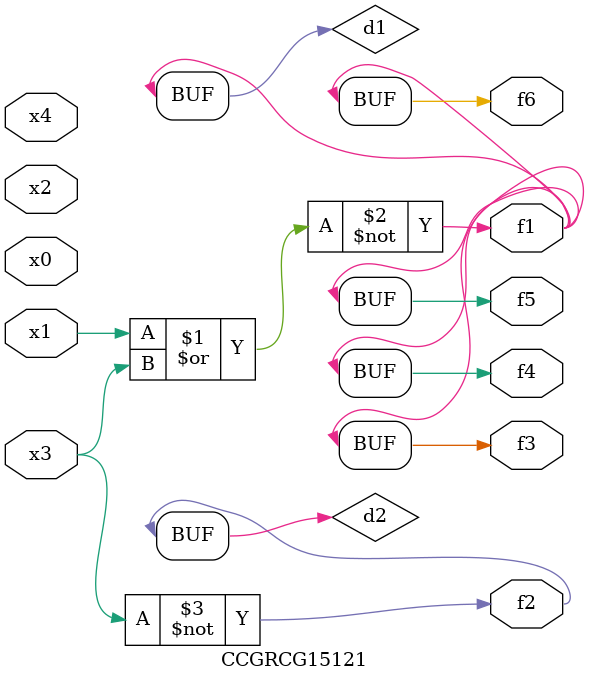
<source format=v>
module CCGRCG15121(
	input x0, x1, x2, x3, x4,
	output f1, f2, f3, f4, f5, f6
);

	wire d1, d2;

	nor (d1, x1, x3);
	not (d2, x3);
	assign f1 = d1;
	assign f2 = d2;
	assign f3 = d1;
	assign f4 = d1;
	assign f5 = d1;
	assign f6 = d1;
endmodule

</source>
